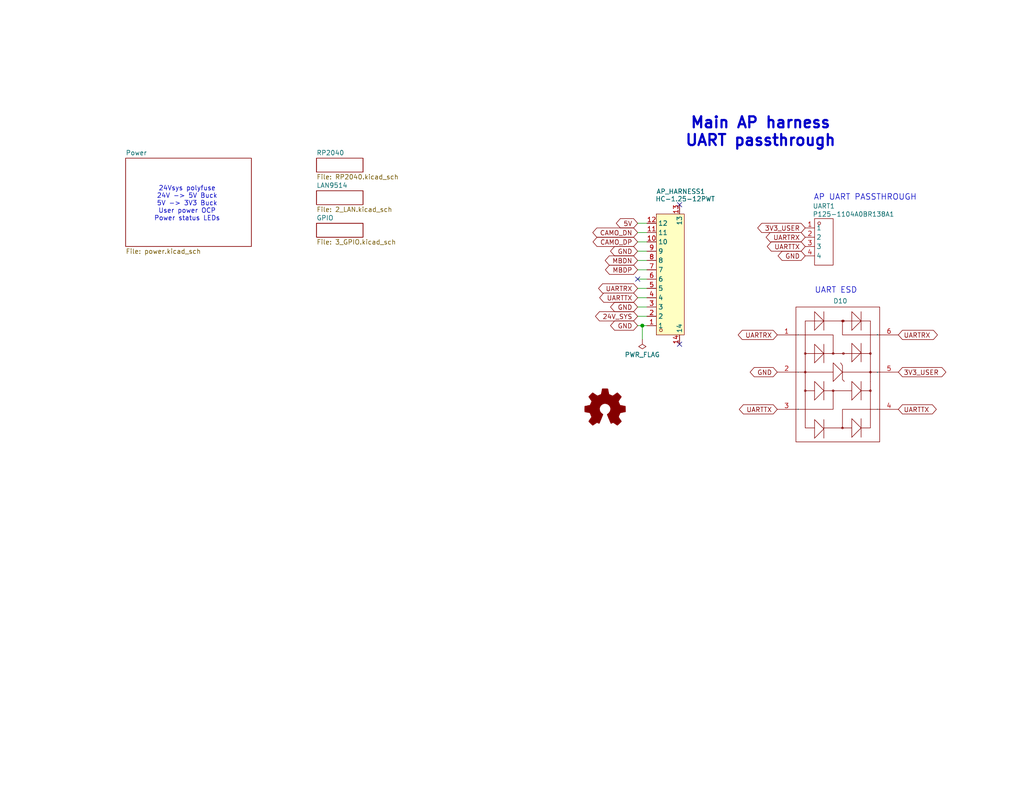
<source format=kicad_sch>
(kicad_sch (version 20231120) (generator "eeschema") (generator_version "8.0")
  (paper "USLetter")
  (title_block (title "X1Plus Expansion Board: X1P-002") (rev "X1P-002-B01"))
  (lib_symbols
    (symbol "Graphic:Logo_Open_Hardware_Small" (in_bom no) (on_board no)
      (symbol "Logo_Open_Hardware_Small_0_1"
        (polyline (pts (xy 3.3528 -4.3434) (xy 3.302 -4.318) (xy 3.175 -4.2418) (xy 2.9972 -4.1148) (xy 2.7686 -3.9624) (xy 2.54 -3.81) (xy 2.3622 -3.7084) (xy 2.2352 -3.6068) (xy 2.1844 -3.5814) (xy 2.159 -3.6068) (xy 2.0574 -3.6576) (xy 1.905 -3.7338) (xy 1.8034 -3.7846) (xy 1.6764 -3.8354) (xy 1.6002 -3.8354) (xy 1.6002 -3.8354) (xy 1.5494 -3.7338) (xy 1.4732 -3.5306) (xy 1.3462 -3.302) (xy 1.2446 -3.0226) (xy 1.1176 -2.7178) (xy 0.9652 -2.413) (xy 0.8636 -2.1082) (xy 0.7366 -1.8288) (xy 0.6604 -1.6256) (xy 0.6096 -1.4732) (xy 0.5842 -1.397) (xy 0.5842 -1.397) (xy 0.6604 -1.3208) (xy 0.7874 -1.2446) (xy 1.0414 -1.016) (xy 1.2954 -0.6858) (xy 1.4478 -0.3302) (xy 1.524 0.0762) (xy 1.4732 0.4572) (xy 1.3208 0.8128) (xy 1.0668 1.143) (xy 0.762 1.3716) (xy 0.4064 1.524) (xy 0 1.5748) (xy -0.381 1.5494) (xy -0.7366 1.397) (xy -1.0668 1.143) (xy -1.2192 0.9906) (xy -1.397 0.6604) (xy -1.524 0.3048) (xy -1.524 0.2286) (xy -1.4986 -0.1778) (xy -1.397 -0.5334) (xy -1.1938 -0.8636) (xy -0.9144 -1.143) (xy -0.8636 -1.1684) (xy -0.7366 -1.27) (xy -0.635 -1.3462) (xy -0.5842 -1.397) (xy -1.0668 -2.5908) (xy -1.143 -2.794) (xy -1.2954 -3.1242) (xy -1.397 -3.4036) (xy -1.4986 -3.6322) (xy -1.5748 -3.7846) (xy -1.6002 -3.8354) (xy -1.6002 -3.8354) (xy -1.651 -3.8354) (xy -1.7272 -3.81) (xy -1.905 -3.7338) (xy -2.0066 -3.683) (xy -2.1336 -3.6068) (xy -2.2098 -3.5814) (xy -2.2606 -3.6068) (xy -2.3622 -3.683) (xy -2.54 -3.81) (xy -2.7686 -3.9624) (xy -2.9718 -4.0894) (xy -3.1496 -4.2164) (xy -3.302 -4.318) (xy -3.3528 -4.3434) (xy -3.3782 -4.3434) (xy -3.429 -4.318) (xy -3.5306 -4.2164) (xy -3.7084 -4.064) (xy -3.937 -3.8354) (xy -3.9624 -3.81) (xy -4.1656 -3.6068) (xy -4.318 -3.4544) (xy -4.4196 -3.3274) (xy -4.445 -3.2766) (xy -4.445 -3.2766) (xy -4.4196 -3.2258) (xy -4.318 -3.0734) (xy -4.2164 -2.8956) (xy -4.064 -2.667) (xy -3.6576 -2.0828) (xy -3.8862 -1.5494) (xy -3.937 -1.3716) (xy -4.0386 -1.1684) (xy -4.0894 -1.0414) (xy -4.1148 -0.9652) (xy -4.191 -0.9398) (xy -4.318 -0.9144) (xy -4.5466 -0.8636) (xy -4.8006 -0.8128) (xy -5.0546 -0.7874) (xy -5.2578 -0.7366) (xy -5.4356 -0.7112) (xy -5.5118 -0.6858) (xy -5.5118 -0.6858) (xy -5.5372 -0.635) (xy -5.5372 -0.5588) (xy -5.5372 -0.4318) (xy -5.5626 -0.2286) (xy -5.5626 0.0762) (xy -5.5626 0.127) (xy -5.5372 0.4064) (xy -5.5372 0.635) (xy -5.5372 0.762) (xy -5.5372 0.8382) (xy -5.5372 0.8382) (xy -5.461 0.8382) (xy -5.3086 0.889) (xy -5.08 0.9144) (xy -4.826 0.9652) (xy -4.8006 0.9906) (xy -4.5466 1.0414) (xy -4.318 1.0668) (xy -4.1656 1.1176) (xy -4.0894 1.143) (xy -4.0894 1.143) (xy -4.0386 1.2446) (xy -3.9624 1.4224) (xy -3.8608 1.6256) (xy -3.7846 1.8288) (xy -3.7084 2.0066) (xy -3.6576 2.159) (xy -3.6322 2.2098) (xy -3.6322 2.2098) (xy -3.683 2.286) (xy -3.7592 2.413) (xy -3.8862 2.5908) (xy -4.064 2.8194) (xy -4.064 2.8448) (xy -4.2164 3.0734) (xy -4.3434 3.2512) (xy -4.4196 3.3782) (xy -4.445 3.4544) (xy -4.445 3.4544) (xy -4.3942 3.5052) (xy -4.2926 3.6322) (xy -4.1148 3.81) (xy -3.937 4.0132) (xy -3.8608 4.064) (xy -3.6576 4.2926) (xy -3.5052 4.4196) (xy -3.4036 4.4958) (xy -3.3528 4.5212) (xy -3.3528 4.5212) (xy -3.302 4.4704) (xy -3.1496 4.3688) (xy -2.9718 4.2418) (xy -2.7432 4.0894) (xy -2.7178 4.0894) (xy -2.4892 3.937) (xy -2.3114 3.81) (xy -2.1844 3.7084) (xy -2.1336 3.683) (xy -2.1082 3.683) (xy -2.032 3.7084) (xy -1.8542 3.7592) (xy -1.6764 3.8354) (xy -1.4732 3.937) (xy -1.27 4.0132) (xy -1.143 4.064) (xy -1.0668 4.1148) (xy -1.0668 4.1148) (xy -1.0414 4.191) (xy -1.016 4.3434) (xy -0.9652 4.572) (xy -0.9144 4.8514) (xy -0.889 4.9022) (xy -0.8382 5.1562) (xy -0.8128 5.3848) (xy -0.7874 5.5372) (xy -0.762 5.588) (xy -0.7112 5.6134) (xy -0.5842 5.6134) (xy -0.4064 5.6134) (xy -0.1524 5.6134) (xy 0.0762 5.6134) (xy 0.3302 5.6134) (xy 0.5334 5.6134) (xy 0.6858 5.588) (xy 0.7366 5.588) (xy 0.7366 5.588) (xy 0.762 5.5118) (xy 0.8128 5.334) (xy 0.8382 5.1054) (xy 0.9144 4.826) (xy 0.9144 4.7752) (xy 0.9652 4.5212) (xy 1.016 4.2926) (xy 1.0414 4.1402) (xy 1.0668 4.0894) (xy 1.0668 4.0894) (xy 1.1938 4.0386) (xy 1.3716 3.9624) (xy 1.5748 3.8608) (xy 2.0828 3.6576) (xy 2.7178 4.0894) (xy 2.7686 4.1402) (xy 2.9972 4.2926) (xy 3.175 4.4196) (xy 3.302 4.4958) (xy 3.3782 4.5212) (xy 3.3782 4.5212) (xy 3.429 4.4704) (xy 3.556 4.3434) (xy 3.7338 4.191) (xy 3.9116 3.9878) (xy 4.064 3.8354) (xy 4.2418 3.6576) (xy 4.3434 3.556) (xy 4.4196 3.4798) (xy 4.4196 3.429) (xy 4.4196 3.4036) (xy 4.3942 3.3274) (xy 4.2926 3.2004) (xy 4.1656 2.9972) (xy 4.0132 2.794) (xy 3.8862 2.5908) (xy 3.7592 2.3876) (xy 3.6576 2.2352) (xy 3.6322 2.159) (xy 3.6322 2.1336) (xy 3.683 2.0066) (xy 3.7592 1.8288) (xy 3.8608 1.6002) (xy 4.064 1.1176) (xy 4.3942 1.0414) (xy 4.5974 1.016) (xy 4.8768 0.9652) (xy 5.1308 0.9144) (xy 5.5372 0.8382) (xy 5.5626 -0.6604) (xy 5.4864 -0.6858) (xy 5.4356 -0.6858) (xy 5.2832 -0.7366) (xy 5.0546 -0.762) (xy 4.8006 -0.8128) (xy 4.5974 -0.8636) (xy 4.3688 -0.9144) (xy 4.2164 -0.9398) (xy 4.1402 -0.9398) (xy 4.1148 -0.9652) (xy 4.064 -1.0668) (xy 3.9878 -1.2446) (xy 3.9116 -1.4478) (xy 3.81 -1.651) (xy 3.7338 -1.8542) (xy 3.683 -2.0066) (xy 3.6576 -2.0828) (xy 3.683 -2.1336) (xy 3.7846 -2.2606) (xy 3.8862 -2.4638) (xy 4.0386 -2.667) (xy 4.191 -2.8956) (xy 4.318 -3.0734) (xy 4.3942 -3.2004) (xy 4.445 -3.2766) (xy 4.4196 -3.3274) (xy 4.3434 -3.429) (xy 4.1656 -3.5814) (xy 3.937 -3.8354) (xy 3.8862 -3.8608) (xy 3.683 -4.064) (xy 3.5306 -4.2164) (xy 3.4036 -4.318) (xy 3.3528 -4.3434)) (fill (type outline)))
      )
    )
    (symbol "power:PWR_FLAG" (power) (pin_numbers hide) (pin_names (offset 0) hide)
      (property "Value" "PWR_FLAG" (at 0 3.81 0))
      (symbol "PWR_FLAG_0_0"
        (pin power_out line (at 0 0 90) (length 0) (name "~") (number "1"))
      )
      (symbol "PWR_FLAG_0_1"
        (polyline (pts (xy 0 0) (xy 0 1.27) (xy -1.016 1.905) (xy 0 2.54) (xy 1.016 1.905) (xy 0 1.27)))
      )
    )
    (symbol "x1-expander:HC-1.25-12PWT"
      (property "Reference" "CN" (at 0 24.13 0))
      (property "Value" "HC-1.25-12PWT" (at 0 -24.13 0))
      (symbol "HC-1.25-12PWT_0_1"
        (rectangle (start -2.54 16.51) (end 5.08 -16.51) (fill (type background)))
        (circle (center -1.27 15.24) (radius 0.38))
        (pin unspecified line (at -5.08 13.97 0) (length 2.54) (name "1") (number "1"))
        (pin unspecified line (at -5.08 -8.89 0) (length 2.54) (name "10") (number "10"))
        (pin unspecified line (at -5.08 -11.43 0) (length 2.54) (name "11") (number "11"))
        (pin unspecified line (at -5.08 -13.97 0) (length 2.54) (name "12") (number "12"))
        (pin unspecified line (at 3.81 -19.05 90) (length 2.54) (name "13") (number "13"))
        (pin unspecified line (at 3.81 19.05 270) (length 2.54) (name "14") (number "14"))
        (pin unspecified line (at -5.08 11.43 0) (length 2.54) (name "2") (number "2"))
        (pin unspecified line (at -5.08 8.89 0) (length 2.54) (name "3") (number "3"))
        (pin unspecified line (at -5.08 6.35 0) (length 2.54) (name "4") (number "4"))
        (pin unspecified line (at -5.08 3.81 0) (length 2.54) (name "5") (number "5"))
        (pin unspecified line (at -5.08 1.27 0) (length 2.54) (name "6") (number "6"))
        (pin unspecified line (at -5.08 -1.27 0) (length 2.54) (name "7") (number "7"))
        (pin unspecified line (at -5.08 -3.81 0) (length 2.54) (name "8") (number "8"))
        (pin unspecified line (at -5.08 -6.35 0) (length 2.54) (name "9") (number "9"))
      )
    )
    (symbol "x1-expander:P125-1104A0BR138A1"
      (property "Reference" "UART?" (at 0 0 0))
      (symbol "P125-1104A0BR138A1_1_0"
        (rectangle (start -2.54 -6.35) (end 2.54 6.35))
        (circle (center -1.27 5.08) (radius 0.381))
        (pin unspecified line (at -5.08 3.81 0) (length 2.54) (name "1") (number "1"))
        (pin unspecified line (at -5.08 1.27 0) (length 2.54) (name "2") (number "2"))
        (pin unspecified line (at -5.08 -1.27 0) (length 2.54) (name "3") (number "3"))
        (pin unspecified line (at -5.08 -3.81 0) (length 2.54) (name "4") (number "4"))
      )
    )
    (symbol "x1-expander:SRV05-4.TCT_C2687126"
      (property "Reference" "D?" (at 0 0 0))
      (symbol "SRV05-4.TCT_C2687126_1_0"
        (rectangle (start -17.78 -11.43) (end 19.05 11.43))
        (circle (center -13.97 1.27) (radius 0.254))
        (circle (center -13.97 1.524) (radius 0.254))
        (circle (center -5.08 -8.89) (radius 0.254))
        (circle (center -5.08 -1.27) (radius 0.254))
        (circle (center -5.08 1.524) (radius 0.254))
        (circle (center -5.08 8.89) (radius 0.254))
        (circle (center 0 -8.89) (radius 0.254))
        (polyline (pts (xy -16.51 -3.81) (xy -11.43 -3.81)))
        (polyline (pts (xy -16.51 6.35) (xy -11.43 6.35)))
        (polyline (pts (xy -13.97 -8.89) (xy -13.97 8.89)))
        (polyline (pts (xy -13.97 -8.89) (xy 2.54 -8.89)))
        (polyline (pts (xy -13.97 8.89) (xy 2.54 8.89)))
        (polyline (pts (xy -7.874 6.35) (xy -2.794 6.35)))
        (polyline (pts (xy -7.62 -3.81) (xy -2.54 -3.81)))
        (polyline (pts (xy -5.08 -8.89) (xy -5.08 1.27)))
        (polyline (pts (xy -5.08 1.27) (xy -5.08 8.89)))
        (polyline (pts (xy 0 -11.43) (xy 0 -1.27)))
        (polyline (pts (xy 0 1.27) (xy 0 8.89)))
        (polyline (pts (xy 0 8.89) (xy 0 11.43)))
        (polyline (pts (xy 2.54 -3.81) (xy 7.62 -3.81)))
        (polyline (pts (xy 2.54 6.35) (xy 7.62 6.35)))
        (polyline (pts (xy 5.08 -3.81) (xy 5.08 3.81)))
        (polyline (pts (xy 10.16 2.54) (xy 10.16 2.54)))
        (polyline (pts (xy 10.16 8.89) (xy 10.16 11.43)))
        (polyline (pts (xy 12.7 6.35) (xy 17.78 6.35)))
        (polyline (pts (xy 12.954 -3.81) (xy 18.034 -3.81)))
        (polyline (pts (xy 15.24 -3.81) (xy 15.24 3.81)))
        (polyline (pts (xy -13.97 1.27) (xy -10.16 1.27) (xy -10.16 1.27) (xy -10.16 11.43)))
        (polyline (pts (xy -5.08 -1.27) (xy -10.16 -1.27) (xy -10.16 -1.27) (xy -10.16 -11.43)))
        (polyline (pts (xy 5.08 -8.89) (xy 15.24 -8.89) (xy 15.24 -8.89) (xy 15.24 -6.35)))
        (polyline (pts (xy 5.08 -6.35) (xy 5.08 -8.89) (xy 5.08 -8.89) (xy 2.54 -8.89)))
        (polyline (pts (xy 5.08 -1.27) (xy 10.16 -1.27) (xy 10.16 -1.27) (xy 10.16 -11.43)))
        (polyline (pts (xy 5.08 6.35) (xy 5.08 8.89) (xy 5.08 8.89) (xy 2.54 8.89)))
        (polyline (pts (xy 15.24 1.27) (xy 10.16 1.27) (xy 10.16 1.27) (xy 10.16 8.89)))
        (polyline (pts (xy 15.24 6.35) (xy 15.24 8.89) (xy 15.24 8.89) (xy 5.08 8.89)))
        (polyline (pts (xy -11.43 -6.35) (xy -13.97 -3.81) (xy -13.97 -3.81) (xy -16.51 -6.35) (xy -16.51 -6.35) (xy -11.43 -6.35)))
        (polyline (pts (xy -11.43 3.81) (xy -13.97 6.35) (xy -13.97 6.35) (xy -16.51 3.81) (xy -16.51 3.81) (xy -11.43 3.81)))
        (polyline (pts (xy -2.794 3.81) (xy -5.334 6.35) (xy -5.334 6.35) (xy -7.874 3.81) (xy -7.874 3.81) (xy -2.794 3.81)))
        (polyline (pts (xy -2.54 -6.35) (xy -5.08 -3.81) (xy -5.08 -3.81) (xy -7.62 -6.35) (xy -7.62 -6.35) (xy -2.54 -6.35)))
        (polyline (pts (xy -2.54 0.762) (xy -1.778 1.27) (xy -1.778 1.27) (xy 2.032 1.27) (xy 2.032 1.27) (xy 2.54 1.778)))
        (polyline (pts (xy 2.54 -1.27) (xy 0 1.27) (xy 0 1.27) (xy -2.54 -1.27) (xy -2.54 -1.27) (xy 2.54 -1.27)))
        (polyline (pts (xy 7.62 -6.35) (xy 5.08 -3.81) (xy 5.08 -3.81) (xy 2.54 -6.35) (xy 2.54 -6.35) (xy 7.62 -6.35)))
        (polyline (pts (xy 7.62 3.81) (xy 5.08 6.35) (xy 5.08 6.35) (xy 2.54 3.81) (xy 2.54 3.81) (xy 7.62 3.81)))
        (polyline (pts (xy 17.78 3.81) (xy 15.24 6.35) (xy 15.24 6.35) (xy 12.7 3.81) (xy 12.7 3.81) (xy 17.78 3.81)))
        (polyline (pts (xy 18.034 -6.35) (xy 15.494 -3.81) (xy 15.494 -3.81) (xy 12.954 -6.35) (xy 12.954 -6.35) (xy 18.034 -6.35)))
        (circle (center 0 8.89) (radius 0.254))
        (circle (center 5.08 -8.89) (radius 0.254))
        (circle (center 5.08 -1.27) (radius 0.254))
        (circle (center 5.08 8.89) (radius 0.254))
        (circle (center 15.24 1.27) (radius 0.254))
        (pin input line (at -10.16 -16.51 90) (length 5.08) (name "1") (number "1"))
        (pin input line (at 0 -16.51 90) (length 5.08) (name "2") (number "2"))
        (pin input line (at 10.16 -16.51 90) (length 5.08) (name "3") (number "3"))
        (pin input line (at 10.16 16.51 270) (length 5.08) (name "4") (number "4"))
        (pin input line (at 0 16.51 270) (length 5.08) (name "5") (number "5"))
        (pin input line (at -10.16 16.51 270) (length 5.08) (name "6") (number "6"))
      )
    )
  )
  (junction (at 175.26 88.9))
  (no_connect (at 173.99 76.2))
  (no_connect (at 185.42 55.88))
  (no_connect (at 185.42 93.98))
  (wire (pts (xy 176.53 63.5) (xy 173.99 63.5)))
  (wire (pts (xy 176.53 88.9) (xy 175.26 88.9)))
  (wire (pts (xy 176.53 66.04) (xy 173.99 66.04)))
  (wire (pts (xy 176.53 73.66) (xy 173.99 73.66)))
  (wire (pts (xy 175.26 88.9) (xy 175.26 92.71)))
  (wire (pts (xy 176.53 60.96) (xy 173.99 60.96)))
  (wire (pts (xy 176.53 76.2) (xy 173.99 76.2)))
  (wire (pts (xy 176.53 78.74) (xy 173.99 78.74)))
  (wire (pts (xy 176.53 83.82) (xy 173.99 83.82)))
  (wire (pts (xy 176.53 68.58) (xy 173.99 68.58)))
  (wire (pts (xy 176.53 81.28) (xy 173.99 81.28)))
  (wire (pts (xy 173.99 86.36) (xy 176.53 86.36)))
  (wire (pts (xy 175.26 88.9) (xy 173.99 88.9)))
  (wire (pts (xy 176.53 71.12) (xy 173.99 71.12)))
  (text "24Vsys polyfuse\n24V -> 5V Buck\n5V -> 3V3 Buck\nUser power OCP\nPower status LEDs" (at 51.054 55.626 0) (effects (font (size 1.27 1.27))))
  (text "Main AP harness\nUART passthrough" (at 207.518 36.068 0) (effects (font (size 3 3) (thickness 0.6) (bold yes))))
  (text "AP UART PASSTHROUGH" (at 221.996 54.864 0) (effects (font (size 1.5748 1.5748)) (justify left bottom)))
  (text "UART ESD" (at 222.25 80.264 0) (effects (font (size 1.5748 1.5748)) (justify left bottom)))
  (global_label "GND" (shape bidirectional) (at 212.09 101.6 180) (property "Intersheetrefs" "${INTERSHEET_REFS}" (effects (hide yes))))
  (global_label "MBDP" (shape bidirectional) (at 173.99 73.66 180) (property "Intersheetrefs" "${INTERSHEET_REFS}" (effects (hide yes))))
  (global_label "UARTRX" (shape bidirectional) (at 245.11 91.44 0) (property "Intersheetrefs" "${INTERSHEET_REFS}" (effects (hide yes))))
  (global_label "GND" (shape bidirectional) (at 173.99 88.9 180) (property "Intersheetrefs" "${INTERSHEET_REFS}" (effects (hide yes))))
  (global_label "GND" (shape bidirectional) (at 173.99 68.58 180) (property "Intersheetrefs" "${INTERSHEET_REFS}" (effects (hide yes))))
  (global_label "CAMO_DP" (shape bidirectional) (at 173.99 66.04 180) (property "Intersheetrefs" "${INTERSHEET_REFS}" (effects (hide yes))))
  (global_label "3V3_USER" (shape bidirectional) (at 219.71 62.23 180) (property "Intersheetrefs" "${INTERSHEET_REFS}" (effects (hide yes))))
  (global_label "UARTRX" (shape bidirectional) (at 212.09 91.44 180) (property "Intersheetrefs" "${INTERSHEET_REFS}" (effects (hide yes))))
  (global_label "UARTTX" (shape bidirectional) (at 173.99 81.28 180) (property "Intersheetrefs" "${INTERSHEET_REFS}" (effects (hide yes))))
  (global_label "24V_SYS" (shape bidirectional) (at 173.99 86.36 180) (property "Intersheetrefs" "${INTERSHEET_REFS}" (effects (hide yes))))
  (global_label "CAMO_DN" (shape bidirectional) (at 173.99 63.5 180) (property "Intersheetrefs" "${INTERSHEET_REFS}" (effects (hide yes))))
  (global_label "GND" (shape bidirectional) (at 219.71 69.85 180) (property "Intersheetrefs" "${INTERSHEET_REFS}" (effects (hide yes))))
  (global_label "MBDN" (shape bidirectional) (at 173.99 71.12 180) (property "Intersheetrefs" "${INTERSHEET_REFS}" (effects (hide yes))))
  (global_label "GND" (shape bidirectional) (at 173.99 83.82 180) (property "Intersheetrefs" "${INTERSHEET_REFS}" (effects (hide yes))))
  (global_label "UARTTX" (shape bidirectional) (at 212.09 111.76 180) (property "Intersheetrefs" "${INTERSHEET_REFS}" (effects (hide yes))))
  (global_label "UARTTX" (shape bidirectional) (at 245.11 111.76 0) (property "Intersheetrefs" "${INTERSHEET_REFS}" (effects (hide yes))))
  (global_label "5V" (shape bidirectional) (at 173.99 60.96 180) (property "Intersheetrefs" "${INTERSHEET_REFS}" (effects (hide yes))))
  (global_label "3V3_USER" (shape bidirectional) (at 245.11 101.6 0) (property "Intersheetrefs" "${INTERSHEET_REFS}" (effects (hide yes))))
  (global_label "UARTRX" (shape bidirectional) (at 219.71 64.77 180) (property "Intersheetrefs" "${INTERSHEET_REFS}" (effects (hide yes))))
  (global_label "UARTRX" (shape bidirectional) (at 173.99 78.74 180) (property "Intersheetrefs" "${INTERSHEET_REFS}" (effects (hide yes))))
  (global_label "UARTTX" (shape bidirectional) (at 219.71 67.31 180) (property "Intersheetrefs" "${INTERSHEET_REFS}" (effects (hide yes))))
  (symbol (lib_id "x1-expander:P125-1104A0BR138A1") (at 224.79 66.04 0) (unit 1)
    (property "Reference" "UART1" (at 221.742 56.9976 0) (effects (justify left bottom)))
    (property "Value" "P125-1104A0BR138A1" (at 221.742 59.2074 0) (effects (justify left bottom)))
    (property "Footprint" "x1-expander:HDR-TH_4P-P2.54-H-M-W10.3" (effects (hide yes)))
    (property "Add into BOM" "yes" (effects (hide yes)))
    (property "Convert to PCB" "yes" (effects (hide yes)))
    (property "Manufacturer" "Yxcon(宇熙精密)" (effects (hide yes)))
    (property "Manufacturer Part" "P125-1104A0BR138A1" (effects (hide yes)))
    (property "Origin Footprint" "HDR-TH_4P-P2.54-H-M-W10.3" (effects (hide yes)))
    (property "Supplier" "LCSC" (effects (hide yes)))
    (property "Supplier Part" "C2935929" (effects (hide yes)))
    (property "LCSC Part" "C2935929" (effects (hide yes)))
    (property "LCSC" "C2935929" (effects (hide yes)))
  )
  (symbol (lib_id "power:PWR_FLAG") (at 175.26 92.71 180) (unit 1)
    (property "Reference" "#FLG06" (effects (hide yes)))
    (property "Value" "PWR_FLAG" (at 175.26 96.8431 0))
    (property "Description" "Special symbol for telling ERC where power comes from" (effects (hide yes)))
  )
  (symbol (lib_id "Graphic:Logo_Open_Hardware_Small") (at 165.1 111.76 0) (unit 1) (exclude_from_sim yes) (in_bom no)
    (property "Reference" "#SYM1" (effects (hide yes)))
    (property "Value" "Logo_Open_Hardware_Small" (effects (hide yes)))
    (property "Description" "Open Hardware logo, small" (effects (hide yes)))
  )
  (symbol (lib_id "x1-expander:SRV05-4.TCT_C2687126") (at 228.6 101.6 270) (unit 1)
    (property "Reference" "D10" (at 227.33 82.9056 90) (effects (justify left bottom)))
    (property "Value" "SRV05-4.TCT_C2687126" (effects (hide yes)))
    (property "Footprint" "x1-expander:SOT-23-6_L2.9-W1.6-P0.95-LS2.8-BL" (effects (hide yes)))
    (property "Add into BOM" "yes" (effects (hide yes)))
    (property "Convert to PCB" "yes" (effects (hide yes)))
    (property "JLCPCB Part Class" "Extended Part" (effects (hide yes)))
    (property "Manufacturer" "UMW(友台半导体)" (effects (hide yes)))
    (property "Manufacturer Part" "SRV05-4.TCT" (effects (hide yes)))
    (property "Origin Footprint" "SOT-23-6_L2.9-W1.6-P0.95-LS2.8-BL" (effects (hide yes)))
    (property "Supplier" "LCSC" (effects (hide yes)))
    (property "Supplier Part" "C2687126" (effects (hide yes)))
    (property "LCSC" "C2687126" (effects (hide yes)))
  )
  (symbol (lib_id "x1-expander:HC-1.25-12PWT") (at 181.61 74.93 0) (mirror x) (unit 1)
    (property "Reference" "AP_HARNESS1" (at 179.07 51.562 0) (effects (justify left bottom)))
    (property "Value" "HC-1.25-12PWT" (at 178.816 53.594 0) (effects (justify left bottom)))
    (property "Footprint" "x1-expander:CONN-SMD_12P-P1.25_HCTL_HC-1.25-12PWT" (effects (hide yes)))
    (property "Add into BOM" "yes" (effects (hide yes)))
    (property "Convert to PCB" "yes" (effects (hide yes)))
    (property "JLCPCB Part Class" "Extended Part" (effects (hide yes)))
    (property "Manufacturer" "HCTL" (effects (hide yes)))
    (property "Manufacturer Part" "HC-1.25-12PWT" (effects (hide yes)))
    (property "Supplier" "LCSC" (effects (hide yes)))
    (property "Supplier Part" "C2937184" (effects (hide yes)))
    (property "LCSC Part" "C2937184" (effects (hide yes)))
    (property "LCSC" "C2937184" (effects (hide yes)))
  )
  (sheet (at 34.29 43.18) (size 34.29 24.13) (stroke (width 0.1524))
    (property "Sheetname" "Power" (at 34.29 42.4684 0) (effects (justify left bottom)))
    (property "Sheetfile" "power.kicad_sch" (at 34.29 67.8946 0) (effects (justify left top)))
  )
  (sheet (at 86.36 43.18) (size 12.7 3.81)
    (property "Sheetname" "RP2040" (at 86.36 42.4684 0) (effects (justify left bottom)))
    (property "Sheetfile" "RP2040.kicad_sch" (at 86.36 47.5746 0) (effects (justify left top)))
  )
  (sheet (at 86.36 60.96) (size 12.7 3.81)
    (property "Sheetname" "GPIO" (at 86.36 60.2484 0) (effects (justify left bottom)))
    (property "Sheetfile" "3_GPIO.kicad_sch" (at 86.36 65.3546 0) (effects (justify left top)))
  )
  (sheet (at 86.36 52.07) (size 12.7 3.81)
    (property "Sheetname" "LAN9514" (at 86.36 51.3584 0) (effects (justify left bottom)))
    (property "Sheetfile" "2_LAN.kicad_sch" (at 86.36 56.4646 0) (effects (justify left top)))
  )
)
</source>
